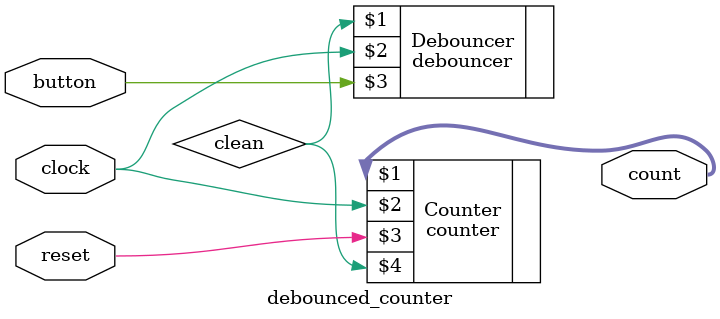
<source format=v>
`timescale 1ns / 1ps
module debounced_counter(
output[7:0] count,
input clock, button, reset
);
wire clean;

debouncer Debouncer(clean, clock, button);
counter Counter(count, clock, reset, clean);

endmodule

</source>
